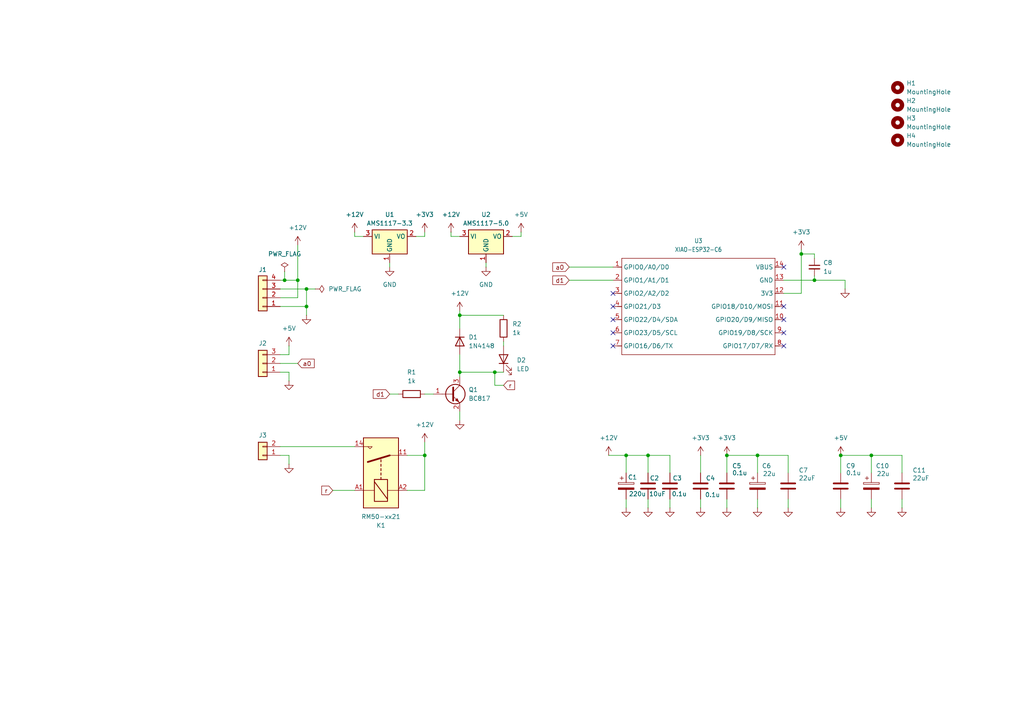
<source format=kicad_sch>
(kicad_sch (version 20250114) (generator "eeschema") (generator_version "9.0")
  (paper "A4")
  (lib_symbols
    (symbol "Connector_Generic:Conn_01x02" (pin_names (offset 1.016) (hide yes))
      (property "Reference" "J" (at 0 2.54 0))
      (property "Value" "Conn_01x02" (at 0 -5.08 0))
      (symbol "Conn_01x02_1_1"
        (rectangle (start -1.27 1.27) (end 1.27 -3.81) (stroke (width 0.254)) (fill (type background)))
        (rectangle (start -1.27 0.127) (end 0 -0.127) (stroke (width 0.1524)))
        (rectangle (start -1.27 -2.413) (end 0 -2.667) (stroke (width 0.1524)))
        (pin passive line (at -5.08 0 0) (length 3.81) (name "Pin_1") (number "1"))
        (pin passive line (at -5.08 -2.54 0) (length 3.81) (name "Pin_2") (number "2"))
      )
    )
    (symbol "Connector_Generic:Conn_01x03" (pin_names (offset 1.016) (hide yes))
      (property "Reference" "J" (at 0 5.08 0))
      (property "Value" "Conn_01x03" (at 0 -5.08 0))
      (symbol "Conn_01x03_1_1"
        (rectangle (start -1.27 3.81) (end 1.27 -3.81) (stroke (width 0.254)) (fill (type background)))
        (rectangle (start -1.27 2.667) (end 0 2.413) (stroke (width 0.1524)))
        (rectangle (start -1.27 0.127) (end 0 -0.127) (stroke (width 0.1524)))
        (rectangle (start -1.27 -2.413) (end 0 -2.667) (stroke (width 0.1524)))
        (pin passive line (at -5.08 2.54 0) (length 3.81) (name "Pin_1") (number "1"))
        (pin passive line (at -5.08 0 0) (length 3.81) (name "Pin_2") (number "2"))
        (pin passive line (at -5.08 -2.54 0) (length 3.81) (name "Pin_3") (number "3"))
      )
    )
    (symbol "Connector_Generic:Conn_01x04" (pin_names (offset 1.016) (hide yes))
      (property "Reference" "J" (at 0 5.08 0))
      (property "Value" "Conn_01x04" (at 0 -7.62 0))
      (symbol "Conn_01x04_1_1"
        (rectangle (start -1.27 3.81) (end 1.27 -6.35) (stroke (width 0.254)) (fill (type background)))
        (rectangle (start -1.27 2.667) (end 0 2.413) (stroke (width 0.1524)))
        (rectangle (start -1.27 0.127) (end 0 -0.127) (stroke (width 0.1524)))
        (rectangle (start -1.27 -2.413) (end 0 -2.667) (stroke (width 0.1524)))
        (rectangle (start -1.27 -4.953) (end 0 -5.207) (stroke (width 0.1524)))
        (pin passive line (at -5.08 2.54 0) (length 3.81) (name "Pin_1") (number "1"))
        (pin passive line (at -5.08 0 0) (length 3.81) (name "Pin_2") (number "2"))
        (pin passive line (at -5.08 -2.54 0) (length 3.81) (name "Pin_3") (number "3"))
        (pin passive line (at -5.08 -5.08 0) (length 3.81) (name "Pin_4") (number "4"))
      )
    )
    (symbol "Device:C" (pin_numbers (hide yes)) (pin_names (offset 0.254))
      (property "Reference" "C" (at 0.635 2.54 0))
      (property "Value" "C" (at 0.635 -2.54 0))
      (symbol "C_0_1"
        (polyline (pts (xy -2.032 0.762) (xy 2.032 0.762)) (stroke (width 0.508)))
        (polyline (pts (xy -2.032 -0.762) (xy 2.032 -0.762)) (stroke (width 0.508)))
      )
      (symbol "C_1_1"
        (pin passive line (at 0 3.81 270) (length 2.794) (name "~") (number "1"))
        (pin passive line (at 0 -3.81 90) (length 2.794) (name "~") (number "2"))
      )
    )
    (symbol "Device:C_Polarized" (pin_numbers (hide yes)) (pin_names (offset 0.254))
      (property "Reference" "C" (at 0.635 2.54 0))
      (property "Value" "C_Polarized" (at 0.635 -2.54 0))
      (symbol "C_Polarized_0_1"
        (rectangle (start -2.286 0.508) (end 2.286 1.016))
        (polyline (pts (xy -1.778 2.286) (xy -0.762 2.286)))
        (polyline (pts (xy -1.27 2.794) (xy -1.27 1.778)))
        (rectangle (start 2.286 -0.508) (end -2.286 -1.016) (fill (type outline)))
      )
      (symbol "C_Polarized_1_1"
        (pin passive line (at 0 3.81 270) (length 2.794) (name "~") (number "1"))
        (pin passive line (at 0 -3.81 90) (length 2.794) (name "~") (number "2"))
      )
    )
    (symbol "Device:C_Small" (pin_numbers (hide yes)) (pin_names (offset 0.254) (hide yes))
      (property "Reference" "C" (at 0.254 1.778 0))
      (property "Value" "C_Small" (at 0.254 -2.032 0))
      (symbol "C_Small_0_1"
        (polyline (pts (xy -1.524 0.508) (xy 1.524 0.508)) (stroke (width 0.3048)))
        (polyline (pts (xy -1.524 -0.508) (xy 1.524 -0.508)) (stroke (width 0.3302)))
      )
      (symbol "C_Small_1_1"
        (pin passive line (at 0 2.54 270) (length 2.032) (name "~") (number "1"))
        (pin passive line (at 0 -2.54 90) (length 2.032) (name "~") (number "2"))
      )
    )
    (symbol "Device:LED" (pin_numbers (hide yes)) (pin_names (offset 1.016) (hide yes))
      (property "Reference" "D" (at 0 2.54 0))
      (property "Value" "LED" (at 0 -2.54 0))
      (symbol "LED_0_1"
        (polyline (pts (xy -3.048 -0.762) (xy -4.572 -2.286) (xy -3.81 -2.286) (xy -4.572 -2.286) (xy -4.572 -1.524)))
        (polyline (pts (xy -1.778 -0.762) (xy -3.302 -2.286) (xy -2.54 -2.286) (xy -3.302 -2.286) (xy -3.302 -1.524)))
        (polyline (pts (xy -1.27 0) (xy 1.27 0)))
        (polyline (pts (xy -1.27 -1.27) (xy -1.27 1.27)) (stroke (width 0.254)))
        (polyline (pts (xy 1.27 -1.27) (xy 1.27 1.27) (xy -1.27 0) (xy 1.27 -1.27)) (stroke (width 0.254)))
      )
      (symbol "LED_1_1"
        (pin passive line (at -3.81 0 0) (length 2.54) (name "K") (number "1"))
        (pin passive line (at 3.81 0 180) (length 2.54) (name "A") (number "2"))
      )
    )
    (symbol "Device:R" (pin_numbers (hide yes)) (pin_names (offset 0))
      (property "Reference" "R" (at 2.032 0 90))
      (property "Value" "R" (at 0 0 90))
      (symbol "R_0_1"
        (rectangle (start -1.016 -2.54) (end 1.016 2.54) (stroke (width 0.254)))
      )
      (symbol "R_1_1"
        (pin passive line (at 0 3.81 270) (length 1.27) (name "~") (number "1"))
        (pin passive line (at 0 -3.81 90) (length 1.27) (name "~") (number "2"))
      )
    )
    (symbol "Diode:1N4148" (pin_numbers (hide yes)) (pin_names (hide yes))
      (property "Reference" "D" (at 0 2.54 0))
      (property "Value" "1N4148" (at 0 -2.54 0))
      (symbol "1N4148_0_1"
        (polyline (pts (xy -1.27 1.27) (xy -1.27 -1.27)) (stroke (width 0.254)))
        (polyline (pts (xy 1.27 1.27) (xy 1.27 -1.27) (xy -1.27 0) (xy 1.27 1.27)) (stroke (width 0.254)))
        (polyline (pts (xy 1.27 0) (xy -1.27 0)))
      )
      (symbol "1N4148_1_1"
        (pin passive line (at -3.81 0 0) (length 2.54) (name "K") (number "1"))
        (pin passive line (at 3.81 0 180) (length 2.54) (name "A") (number "2"))
      )
    )
    (symbol "Mechanical:MountingHole" (pin_names (offset 1.016)) (in_bom no)
      (property "Reference" "H" (at 0 5.08 0))
      (property "Value" "MountingHole" (at 0 3.175 0))
      (symbol "MountingHole_0_1"
        (circle (center 0 0) (radius 1.27) (stroke (width 1.27)))
      )
    )
    (symbol "Regulator_Linear:AMS1117-3.3"
      (property "Reference" "U" (at -3.81 3.175 0))
      (property "Value" "AMS1117-3.3" (at 0 3.175 0))
      (symbol "AMS1117-3.3_0_1"
        (rectangle (start -5.08 -5.08) (end 5.08 1.905) (stroke (width 0.254)) (fill (type background)))
      )
      (symbol "AMS1117-3.3_1_1"
        (pin power_in line (at -7.62 0 0) (length 2.54) (name "VI") (number "3"))
        (pin power_in line (at 0 -7.62 90) (length 2.54) (name "GND") (number "1"))
        (pin power_out line (at 7.62 0 180) (length 2.54) (name "VO") (number "2"))
      )
    )
    (symbol "Regulator_Linear:AMS1117-5.0"
      (property "Reference" "U" (at -3.81 3.175 0))
      (property "Value" "AMS1117-5.0" (at 0 3.175 0))
      (symbol "AMS1117-5.0_0_1"
        (rectangle (start -5.08 -5.08) (end 5.08 1.905) (stroke (width 0.254)) (fill (type background)))
      )
      (symbol "AMS1117-5.0_1_1"
        (pin power_in line (at -7.62 0 0) (length 2.54) (name "VI") (number "3"))
        (pin power_in line (at 0 -7.62 90) (length 2.54) (name "GND") (number "1"))
        (pin power_out line (at 7.62 0 180) (length 2.54) (name "VO") (number "2"))
      )
    )
    (symbol "Relay:RM50-xx21"
      (property "Reference" "K" (at 11.43 3.81 0))
      (property "Value" "RM50-xx21" (at 11.43 1.27 0))
      (symbol "RM50-xx21_0_1"
        (rectangle (start -10.16 5.08) (end 10.16 -5.08) (stroke (width 0.254)) (fill (type background)))
        (rectangle (start -8.255 1.905) (end -1.905 -1.905) (stroke (width 0.254)))
        (polyline (pts (xy -7.62 -1.905) (xy -2.54 1.905)) (stroke (width 0.254)))
        (polyline (pts (xy -5.08 5.08) (xy -5.08 1.905)))
        (polyline (pts (xy -5.08 -5.08) (xy -5.08 -1.905)))
        (polyline (pts (xy -1.905 0) (xy -1.27 0)) (stroke (width 0.254)))
        (polyline (pts (xy -0.635 0) (xy 0 0)) (stroke (width 0.254)))
        (polyline (pts (xy 0.635 0) (xy 1.27 0)) (stroke (width 0.254)))
        (polyline (pts (xy 1.905 0) (xy 2.54 0)) (stroke (width 0.254)))
        (polyline (pts (xy 3.175 0) (xy 3.81 0)) (stroke (width 0.254)))
        (polyline (pts (xy 5.08 -2.54) (xy 3.175 3.81)) (stroke (width 0.508)))
        (polyline (pts (xy 5.08 -2.54) (xy 5.08 -5.08)))
        (polyline (pts (xy 7.62 5.08) (xy 7.62 2.54) (xy 6.985 3.175) (xy 7.62 3.81)))
      )
      (symbol "RM50-xx21_1_1"
        (pin passive line (at -5.08 7.62 270) (length 2.54) (name "~") (number "A1"))
        (pin passive line (at -5.08 -7.62 90) (length 2.54) (name "~") (number "A2"))
        (pin passive line (at 5.08 -7.62 90) (length 2.54) (name "~") (number "11"))
        (pin passive line (at 7.62 7.62 270) (length 2.54) (name "~") (number "14"))
      )
    )
    (symbol "Seeed_Studio_XIAO_Series:XIAO_ESP32-C6-DIP"
      (property "Reference" "U" (at -20.574 17.018 0))
      (property "Value" "XIAO-ESP32-C6" (at -15.24 14.986 0))
      (symbol "XIAO_ESP32-C6-DIP_1_0"
        (polyline (pts (xy -21.59 13.97) (xy 22.86 13.97)) (stroke (width 0.1524)))
        (polyline (pts (xy -21.59 11.43) (xy -22.86 11.43)) (stroke (width 0.1524)))
        (polyline (pts (xy -21.59 11.43) (xy -21.59 13.97)) (stroke (width 0.1524)))
        (polyline (pts (xy -21.59 7.62) (xy -22.86 7.62)) (stroke (width 0.1524)))
        (polyline (pts (xy -21.59 7.62) (xy -21.59 11.43)) (stroke (width 0.1524)))
        (polyline (pts (xy -21.59 3.81) (xy -22.86 3.81)) (stroke (width 0.1524)))
        (polyline (pts (xy -21.59 3.81) (xy -21.59 7.62)) (stroke (width 0.1524)))
        (polyline (pts (xy -21.59 0) (xy -22.86 0)) (stroke (width 0.1524)))
        (polyline (pts (xy -21.59 0) (xy -21.59 3.81)) (stroke (width 0.1524)))
        (polyline (pts (xy -21.59 -3.81) (xy -22.86 -3.81)) (stroke (width 0.1524)))
        (polyline (pts (xy -21.59 -7.62) (xy -22.86 -7.62)) (stroke (width 0.1524)))
        (polyline (pts (xy -21.59 -11.43) (xy -22.86 -11.43)) (stroke (width 0.1524)))
        (polyline (pts (xy -21.59 -13.97) (xy -21.59 0)) (stroke (width 0.1524)))
        (polyline (pts (xy 22.86 13.97) (xy 22.86 11.43)) (stroke (width 0.1524)))
        (polyline (pts (xy 22.86 11.43) (xy 22.86 7.62)) (stroke (width 0.1524)))
        (polyline (pts (xy 22.86 7.62) (xy 22.86 3.81)) (stroke (width 0.1524)))
        (polyline (pts (xy 22.86 3.81) (xy 22.86 -13.97)) (stroke (width 0.1524)))
        (polyline (pts (xy 22.86 -13.97) (xy -21.59 -13.97)) (stroke (width 0.1524)))
        (polyline (pts (xy 24.13 11.43) (xy 22.86 11.43)) (stroke (width 0.1524)))
        (polyline (pts (xy 24.13 7.62) (xy 22.86 7.62)) (stroke (width 0.1524)))
        (polyline (pts (xy 24.13 3.81) (xy 22.86 3.81)) (stroke (width 0.1524)))
        (polyline (pts (xy 24.13 0) (xy 22.86 0)) (stroke (width 0.1524)))
        (polyline (pts (xy 24.13 -3.81) (xy 22.86 -3.81)) (stroke (width 0.1524)))
        (polyline (pts (xy 24.13 -7.62) (xy 22.86 -7.62)) (stroke (width 0.1524)))
        (polyline (pts (xy 24.13 -11.43) (xy 22.86 -11.43)) (stroke (width 0.1524)))
        (pin passive line (at -24.13 11.43 0) (length 2.54) (name "GPIO0/A0/D0") (number "1"))
        (pin passive line (at -24.13 7.62 0) (length 2.54) (name "GPIO1/A1/D1") (number "2"))
        (pin passive line (at -24.13 3.81 0) (length 2.54) (name "GPIO2/A2/D2") (number "3"))
        (pin passive line (at -24.13 0 0) (length 2.54) (name "GPIO21/D3") (number "4"))
        (pin passive line (at -24.13 -3.81 0) (length 2.54) (name "GPIO22/D4/SDA") (number "5"))
        (pin passive line (at -24.13 -7.62 0) (length 2.54) (name "GPIO23/D5/SCL") (number "6"))
        (pin passive line (at -24.13 -11.43 0) (length 2.54) (name "GPIO16/D6/TX") (number "7"))
        (pin passive line (at 25.4 11.43 180) (length 2.54) (name "VBUS") (number "14"))
        (pin passive line (at 25.4 7.62 180) (length 2.54) (name "GND") (number "13"))
        (pin passive line (at 25.4 3.81 180) (length 2.54) (name "3V3") (number "12"))
        (pin passive line (at 25.4 0 180) (length 2.54) (name "GPIO18/D10/MOSI") (number "11"))
        (pin passive line (at 25.4 -3.81 180) (length 2.54) (name "GPIO20/D9/MISO") (number "10"))
        (pin passive line (at 25.4 -7.62 180) (length 2.54) (name "GPIO19/D8/SCK") (number "9"))
        (pin passive line (at 25.4 -11.43 180) (length 2.54) (name "GPIO17/D7/RX") (number "8"))
      )
    )
    (symbol "Transistor_BJT:BC817" (pin_names (offset 0) (hide yes))
      (property "Reference" "Q" (at 5.08 1.905 0))
      (property "Value" "BC817" (at 5.08 0 0))
      (symbol "BC817_0_1"
        (polyline (pts (xy -2.54 0) (xy 0.635 0)))
        (polyline (pts (xy 0.635 1.905) (xy 0.635 -1.905)) (stroke (width 0.508)))
        (circle (center 1.27 0) (radius 2.8194) (stroke (width 0.254)))
      )
      (symbol "BC817_1_1"
        (polyline (pts (xy 0.635 0.635) (xy 2.54 2.54)))
        (polyline (pts (xy 0.635 -0.635) (xy 2.54 -2.54)))
        (polyline (pts (xy 1.27 -1.778) (xy 1.778 -1.27) (xy 2.286 -2.286) (xy 1.27 -1.778)) (fill (type outline)))
        (pin input line (at -5.08 0 0) (length 2.54) (name "B") (number "1"))
        (pin passive line (at 2.54 5.08 270) (length 2.54) (name "C") (number "3"))
        (pin passive line (at 2.54 -5.08 90) (length 2.54) (name "E") (number "2"))
      )
    )
    (symbol "power:+12V" (power) (pin_numbers (hide yes)) (pin_names (offset 0) (hide yes))
      (property "Value" "+12V" (at 0 3.556 0))
      (symbol "+12V_0_1"
        (polyline (pts (xy -0.762 1.27) (xy 0 2.54)))
        (polyline (pts (xy 0 2.54) (xy 0.762 1.27)))
        (polyline (pts (xy 0 0) (xy 0 2.54)))
      )
      (symbol "+12V_1_1"
        (pin power_in line (at 0 0 90) (length 0) (name "~") (number "1"))
      )
    )
    (symbol "power:+3V3" (power) (pin_numbers (hide yes)) (pin_names (offset 0) (hide yes))
      (property "Value" "+3V3" (at 0 3.556 0))
      (symbol "+3V3_0_1"
        (polyline (pts (xy -0.762 1.27) (xy 0 2.54)))
        (polyline (pts (xy 0 2.54) (xy 0.762 1.27)))
        (polyline (pts (xy 0 0) (xy 0 2.54)))
      )
      (symbol "+3V3_1_1"
        (pin power_in line (at 0 0 90) (length 0) (name "~") (number "1"))
      )
    )
    (symbol "power:+5V" (power) (pin_numbers (hide yes)) (pin_names (offset 0) (hide yes))
      (property "Value" "+5V" (at 0 3.556 0))
      (symbol "+5V_0_1"
        (polyline (pts (xy -0.762 1.27) (xy 0 2.54)))
        (polyline (pts (xy 0 2.54) (xy 0.762 1.27)))
        (polyline (pts (xy 0 0) (xy 0 2.54)))
      )
      (symbol "+5V_1_1"
        (pin power_in line (at 0 0 90) (length 0) (name "~") (number "1"))
      )
    )
    (symbol "power:GND" (power) (pin_numbers (hide yes)) (pin_names (offset 0) (hide yes))
      (property "Value" "GND" (at 0 -3.81 0))
      (symbol "GND_0_1"
        (polyline (pts (xy 0 0) (xy 0 -1.27) (xy 1.27 -1.27) (xy 0 -2.54) (xy -1.27 -1.27) (xy 0 -1.27)))
      )
      (symbol "GND_1_1"
        (pin power_in line (at 0 0 270) (length 0) (name "~") (number "1"))
      )
    )
    (symbol "power:PWR_FLAG" (power) (pin_numbers (hide yes)) (pin_names (offset 0) (hide yes))
      (property "Value" "PWR_FLAG" (at 0 3.81 0))
      (symbol "PWR_FLAG_0_0"
        (pin power_out line (at 0 0 90) (length 0) (name "~") (number "1"))
      )
      (symbol "PWR_FLAG_0_1"
        (polyline (pts (xy 0 0) (xy 0 1.27) (xy -1.016 1.905) (xy 0 2.54) (xy 1.016 1.905) (xy 0 1.27)))
      )
    )
  )
  (junction (at 181.61 132.08))
  (junction (at 187.96 132.08))
  (junction (at 252.73 132.08))
  (junction (at 86.36 81.28))
  (junction (at 88.9 88.9))
  (junction (at 88.9 83.82))
  (junction (at 232.41 73.66))
  (junction (at 143.51 107.95))
  (junction (at 82.55 81.28))
  (junction (at 210.82 132.08))
  (junction (at 243.84 132.08))
  (junction (at 219.71 132.08))
  (junction (at 236.22 81.28))
  (junction (at 133.35 107.95))
  (junction (at 133.35 91.44))
  (junction (at 123.19 132.08))
  (no_connect (at 227.33 92.71))
  (no_connect (at 177.8 85.09))
  (no_connect (at 227.33 96.52))
  (no_connect (at 227.33 88.9))
  (no_connect (at 177.8 88.9))
  (no_connect (at 227.33 100.33))
  (no_connect (at 177.8 92.71))
  (no_connect (at 177.8 100.33))
  (no_connect (at 227.33 77.47))
  (no_connect (at 177.8 96.52))
  (wire (pts (xy 219.71 132.08) (xy 228.6 132.08)))
  (wire (pts (xy 130.81 68.58) (xy 133.35 68.58)))
  (wire (pts (xy 146.05 111.76) (xy 143.51 111.76)))
  (wire (pts (xy 133.35 107.95) (xy 133.35 109.22)))
  (wire (pts (xy 243.84 144.78) (xy 243.84 147.32)))
  (wire (pts (xy 81.28 81.28) (xy 82.55 81.28)))
  (wire (pts (xy 232.41 72.39) (xy 232.41 73.66)))
  (wire (pts (xy 243.84 132.08) (xy 252.73 132.08)))
  (wire (pts (xy 203.2 144.78) (xy 203.2 147.32)))
  (wire (pts (xy 187.96 132.08) (xy 194.31 132.08)))
  (wire (pts (xy 219.71 144.78) (xy 219.71 147.32)))
  (wire (pts (xy 252.73 132.08) (xy 252.73 137.16)))
  (wire (pts (xy 86.36 81.28) (xy 86.36 71.12)))
  (wire (pts (xy 88.9 83.82) (xy 88.9 88.9)))
  (wire (pts (xy 81.28 129.54) (xy 102.87 129.54)))
  (wire (pts (xy 227.33 81.28) (xy 236.22 81.28)))
  (wire (pts (xy 133.35 102.87) (xy 133.35 107.95)))
  (wire (pts (xy 236.22 80.01) (xy 236.22 81.28)))
  (wire (pts (xy 88.9 83.82) (xy 91.44 83.82)))
  (wire (pts (xy 232.41 73.66) (xy 236.22 73.66)))
  (wire (pts (xy 210.82 132.08) (xy 210.82 137.16)))
  (wire (pts (xy 123.19 142.24) (xy 123.19 132.08)))
  (wire (pts (xy 133.35 119.38) (xy 133.35 121.92)))
  (wire (pts (xy 143.51 107.95) (xy 146.05 107.95)))
  (wire (pts (xy 118.11 142.24) (xy 123.19 142.24)))
  (wire (pts (xy 245.11 81.28) (xy 245.11 83.82)))
  (wire (pts (xy 133.35 107.95) (xy 143.51 107.95)))
  (wire (pts (xy 83.82 102.87) (xy 83.82 100.33)))
  (wire (pts (xy 252.73 132.08) (xy 261.62 132.08)))
  (wire (pts (xy 236.22 81.28) (xy 245.11 81.28)))
  (wire (pts (xy 82.55 78.74) (xy 82.55 81.28)))
  (wire (pts (xy 130.81 67.31) (xy 130.81 68.58)))
  (wire (pts (xy 146.05 99.06) (xy 146.05 100.33)))
  (wire (pts (xy 102.87 67.31) (xy 102.87 68.58)))
  (wire (pts (xy 102.87 68.58) (xy 105.41 68.58)))
  (wire (pts (xy 123.19 114.3) (xy 125.73 114.3)))
  (wire (pts (xy 228.6 132.08) (xy 228.6 137.16)))
  (wire (pts (xy 123.19 132.08) (xy 123.19 128.27)))
  (wire (pts (xy 165.1 81.28) (xy 177.8 81.28)))
  (wire (pts (xy 194.31 132.08) (xy 194.31 137.16)))
  (wire (pts (xy 181.61 132.08) (xy 187.96 132.08)))
  (wire (pts (xy 181.61 144.78) (xy 181.61 147.32)))
  (wire (pts (xy 227.33 85.09) (xy 232.41 85.09)))
  (wire (pts (xy 113.03 76.2) (xy 113.03 77.47)))
  (wire (pts (xy 81.28 86.36) (xy 86.36 86.36)))
  (wire (pts (xy 176.53 132.08) (xy 181.61 132.08)))
  (wire (pts (xy 82.55 81.28) (xy 86.36 81.28)))
  (wire (pts (xy 102.87 142.24) (xy 96.52 142.24)))
  (wire (pts (xy 123.19 67.31) (xy 123.19 68.58)))
  (wire (pts (xy 81.28 83.82) (xy 88.9 83.82)))
  (wire (pts (xy 118.11 132.08) (xy 123.19 132.08)))
  (wire (pts (xy 194.31 144.78) (xy 194.31 147.32)))
  (wire (pts (xy 210.82 132.08) (xy 219.71 132.08)))
  (wire (pts (xy 165.1 77.47) (xy 177.8 77.47)))
  (wire (pts (xy 133.35 91.44) (xy 146.05 91.44)))
  (wire (pts (xy 261.62 144.78) (xy 261.62 147.32)))
  (wire (pts (xy 81.28 107.95) (xy 83.82 107.95)))
  (wire (pts (xy 113.03 114.3) (xy 115.57 114.3)))
  (wire (pts (xy 203.2 132.08) (xy 203.2 137.16)))
  (wire (pts (xy 86.36 86.36) (xy 86.36 81.28)))
  (wire (pts (xy 83.82 132.08) (xy 83.82 134.62)))
  (wire (pts (xy 83.82 107.95) (xy 83.82 110.49)))
  (wire (pts (xy 81.28 132.08) (xy 83.82 132.08)))
  (wire (pts (xy 236.22 73.66) (xy 236.22 74.93)))
  (wire (pts (xy 81.28 88.9) (xy 88.9 88.9)))
  (wire (pts (xy 140.97 76.2) (xy 140.97 77.47)))
  (wire (pts (xy 219.71 132.08) (xy 219.71 137.16)))
  (wire (pts (xy 261.62 132.08) (xy 261.62 137.16)))
  (wire (pts (xy 228.6 144.78) (xy 228.6 147.32)))
  (wire (pts (xy 81.28 102.87) (xy 83.82 102.87)))
  (wire (pts (xy 123.19 68.58) (xy 120.65 68.58)))
  (wire (pts (xy 232.41 73.66) (xy 232.41 85.09)))
  (wire (pts (xy 133.35 91.44) (xy 133.35 95.25)))
  (wire (pts (xy 187.96 132.08) (xy 187.96 137.16)))
  (wire (pts (xy 143.51 107.95) (xy 143.51 111.76)))
  (wire (pts (xy 151.13 67.31) (xy 151.13 68.58)))
  (wire (pts (xy 88.9 88.9) (xy 88.9 91.44)))
  (wire (pts (xy 81.28 105.41) (xy 86.36 105.41)))
  (wire (pts (xy 151.13 68.58) (xy 148.59 68.58)))
  (wire (pts (xy 133.35 90.17) (xy 133.35 91.44)))
  (wire (pts (xy 210.82 144.78) (xy 210.82 147.32)))
  (wire (pts (xy 181.61 132.08) (xy 181.61 137.16)))
  (wire (pts (xy 187.96 144.78) (xy 187.96 147.32)))
  (wire (pts (xy 243.84 132.08) (xy 243.84 137.16)))
  (wire (pts (xy 252.73 144.78) (xy 252.73 147.32)))
  (global_label "d1" (shape input) (at 113.03 114.3 180) (property "Intersheetrefs" "${INTERSHEET_REFS}" (effects (hide yes))))
  (global_label "d1" (shape input) (at 165.1 81.28 180) (property "Intersheetrefs" "${INTERSHEET_REFS}" (effects (hide yes))))
  (global_label "a0" (shape input) (at 165.1 77.47 180) (property "Intersheetrefs" "${INTERSHEET_REFS}" (effects (hide yes))))
  (global_label "r" (shape input) (at 96.52 142.24 180) (property "Intersheetrefs" "${INTERSHEET_REFS}" (effects (hide yes))))
  (global_label "a0" (shape input) (at 86.36 105.41 0) (property "Intersheetrefs" "${INTERSHEET_REFS}" (effects (hide yes))))
  (global_label "r" (shape input) (at 146.05 111.76 0) (property "Intersheetrefs" "${INTERSHEET_REFS}" (effects (hide yes))))
  (symbol (lib_id "power:GND") (at 243.84 147.32 0) (unit 1)
    (property "Reference" "#PWR027" (effects (hide yes)))
    (property "Value" "GND" (effects (hide yes)))
    (property "Description" "Power symbol creates a global label with name \"GND\" , ground" (effects (hide yes)))
  )
  (symbol (lib_id "power:GND") (at 194.31 147.32 0) (unit 1)
    (property "Reference" "#PWR018" (effects (hide yes)))
    (property "Value" "GND" (effects (hide yes)))
    (property "Description" "Power symbol creates a global label with name \"GND\" , ground" (effects (hide yes)))
  )
  (symbol (lib_id "Device:C") (at 210.82 140.97 0) (unit 1)
    (property "Reference" "C5" (at 212.344 135.128 0) (effects (justify left)))
    (property "Value" "0.1u" (at 212.344 137.16 0) (effects (justify left)))
    (property "Description" "Unpolarized capacitor" (effects (hide yes)))
  )
  (symbol (lib_id "Device:C") (at 194.31 140.97 0) (unit 1)
    (property "Reference" "C3" (at 195.072 138.684 0) (effects (justify left)))
    (property "Value" "0.1u" (at 194.818 143.256 0) (effects (justify left)))
    (property "Description" "Unpolarized capacitor" (effects (hide yes)))
  )
  (symbol (lib_id "power:GND") (at 219.71 147.32 0) (unit 1)
    (property "Reference" "#PWR023" (effects (hide yes)))
    (property "Value" "GND" (effects (hide yes)))
    (property "Description" "Power symbol creates a global label with name \"GND\" , ground" (effects (hide yes)))
  )
  (symbol (lib_id "power:GND") (at 83.82 110.49 0) (unit 1)
    (property "Reference" "#PWR02" (effects (hide yes)))
    (property "Value" "GND" (effects (hide yes)))
    (property "Description" "Power symbol creates a global label with name \"GND\" , ground" (effects (hide yes)))
  )
  (symbol (lib_id "Mechanical:MountingHole") (at 260.35 25.4 0) (unit 1) (in_bom no)
    (property "Reference" "H1" (at 262.89 24.1299 0) (effects (justify left)))
    (property "Value" "MountingHole" (at 262.89 26.6699 0) (effects (justify left)))
    (property "Description" "Mounting Hole without connection" (effects (hide yes)))
  )
  (symbol (lib_id "Regulator_Linear:AMS1117-5.0") (at 140.97 68.58 0) (unit 1)
    (property "Reference" "U2" (at 140.97 62.23 0))
    (property "Value" "AMS1117-5.0" (at 140.97 64.77 0))
    (property "Footprint" "Package_TO_SOT_SMD:SOT-223-3_TabPin2" (effects (hide yes)))
    (property "Datasheet" "http://www.advanced-monolithic.com/pdf/ds1117.pdf" (effects (hide yes)))
    (property "Description" "1A Low Dropout regulator, positive, 5.0V fixed output, SOT-223" (effects (hide yes)))
  )
  (symbol (lib_id "power:+12V") (at 130.81 67.31 0) (unit 1)
    (property "Reference" "#PWR010" (effects (hide yes)))
    (property "Value" "+12V" (at 130.81 62.23 0))
    (property "Description" "Power symbol creates a global label with name \"+12V\"" (effects (hide yes)))
  )
  (symbol (lib_id "Device:C") (at 243.84 140.97 0) (unit 1)
    (property "Reference" "C9" (at 245.364 135.128 0) (effects (justify left)))
    (property "Value" "0.1u" (at 245.364 137.16 0) (effects (justify left)))
    (property "Description" "Unpolarized capacitor" (effects (hide yes)))
  )
  (symbol (lib_id "Connector_Generic:Conn_01x02") (at 76.2 132.08 180) (unit 1)
    (property "Reference" "J3" (at 76.2 126.238 0))
    (property "Value" "Conn_01x02" (effects (hide yes)))
    (property "Description" "Generic connector, single row, 01x02, script generated (kicad-library-utils/schlib/autogen/connector/)" (effects (hide yes)))
  )
  (symbol (lib_id "Device:C_Polarized") (at 219.71 140.97 0) (unit 1)
    (property "Reference" "C6" (at 220.98 135.128 0) (effects (justify left)))
    (property "Value" "22u" (at 221.234 137.414 0) (effects (justify left)))
    (property "Description" "Polarized capacitor" (effects (hide yes)))
  )
  (symbol (lib_id "Device:LED") (at 146.05 104.14 90) (unit 1)
    (property "Reference" "D2" (at 149.86 104.4574 90) (effects (justify right)))
    (property "Value" "LED" (at 149.86 106.9974 90) (effects (justify right)))
    (property "Description" "Light emitting diode" (effects (hide yes)))
    (property "Sim.Pins" "1=K 2=A" (effects (hide yes)))
  )
  (symbol (lib_id "Device:C") (at 203.2 140.97 0) (unit 1)
    (property "Reference" "C4" (at 204.724 138.684 0) (effects (justify left)))
    (property "Value" "0.1u" (at 204.47 143.51 0) (effects (justify left)))
    (property "Description" "Unpolarized capacitor" (effects (hide yes)))
  )
  (symbol (lib_id "power:GND") (at 140.97 77.47 0) (unit 1)
    (property "Reference" "#PWR013" (effects (hide yes)))
    (property "Value" "GND" (at 140.97 82.55 0))
    (property "Description" "Power symbol creates a global label with name \"GND\" , ground" (effects (hide yes)))
  )
  (symbol (lib_id "Device:C_Small") (at 236.22 77.47 0) (unit 1)
    (property "Reference" "C8" (at 238.76 76.2062 0) (effects (justify left)))
    (property "Value" "1u" (at 238.76 78.7462 0) (effects (justify left)))
    (property "Description" "Unpolarized capacitor, small symbol" (effects (hide yes)))
  )
  (symbol (lib_id "power:+5V") (at 83.82 100.33 0) (unit 1)
    (property "Reference" "#PWR01" (effects (hide yes)))
    (property "Value" "+5V" (at 83.82 95.25 0))
    (property "Description" "Power symbol creates a global label with name \"+5V\"" (effects (hide yes)))
  )
  (symbol (lib_id "power:+3V3") (at 232.41 72.39 0) (unit 1)
    (property "Reference" "#PWR025" (effects (hide yes)))
    (property "Value" "+3V3" (at 232.41 67.31 0))
    (property "Description" "Power symbol creates a global label with name \"+3V3\"" (effects (hide yes)))
  )
  (symbol (lib_id "Diode:1N4148") (at 133.35 99.06 270) (unit 1)
    (property "Reference" "D1" (at 135.89 97.7899 90) (effects (justify left)))
    (property "Value" "1N4148" (at 135.89 100.3299 90) (effects (justify left)))
    (property "Footprint" "Diode_THT:D_DO-35_SOD27_P7.62mm_Horizontal" (effects (hide yes)))
    (property "Datasheet" "https://assets.nexperia.com/documents/data-sheet/1N4148_1N4448.pdf" (effects (hide yes)))
    (property "Description" "100V 0.15A standard switching diode, DO-35" (effects (hide yes)))
    (property "Sim.Device" "D" (effects (hide yes)))
    (property "Sim.Pins" "1=K 2=A" (effects (hide yes)))
  )
  (symbol (lib_id "Device:R") (at 146.05 95.25 0) (unit 1)
    (property "Reference" "R2" (at 148.59 93.9799 0) (effects (justify left)))
    (property "Value" "1k" (at 148.59 96.5199 0) (effects (justify left)))
    (property "Description" "Resistor" (effects (hide yes)))
  )
  (symbol (lib_id "power:+12V") (at 86.36 71.12 0) (unit 1)
    (property "Reference" "#PWR04" (effects (hide yes)))
    (property "Value" "+12V" (at 86.36 66.04 0))
    (property "Description" "Power symbol creates a global label with name \"+12V\"" (effects (hide yes)))
  )
  (symbol (lib_id "Transistor_BJT:BC817") (at 130.81 114.3 0) (unit 1)
    (property "Reference" "Q1" (at 135.89 113.0299 0) (effects (justify left)))
    (property "Value" "BC817" (at 135.89 115.5699 0) (effects (justify left)))
    (property "Footprint" "Package_TO_SOT_SMD:SOT-23" (effects (hide yes)))
    (property "Datasheet" "https://www.onsemi.com/pub/Collateral/BC818-D.pdf" (effects (hide yes)))
    (property "Description" "0.8A Ic, 45V Vce, NPN Transistor, SOT-23" (effects (hide yes)))
  )
  (symbol (lib_id "Device:R") (at 119.38 114.3 90) (unit 1)
    (property "Reference" "R1" (at 119.38 107.95 90))
    (property "Value" "1k" (at 119.38 110.49 90))
    (property "Description" "Resistor" (effects (hide yes)))
  )
  (symbol (lib_id "Device:C_Polarized") (at 252.73 140.97 0) (unit 1)
    (property "Reference" "C10" (at 254 135.128 0) (effects (justify left)))
    (property "Value" "22u" (at 254.254 137.414 0) (effects (justify left)))
    (property "Description" "Polarized capacitor" (effects (hide yes)))
  )
  (symbol (lib_id "Mechanical:MountingHole") (at 260.35 35.56 0) (unit 1) (in_bom no)
    (property "Reference" "H3" (at 262.89 34.2899 0) (effects (justify left)))
    (property "Value" "MountingHole" (at 262.89 36.8299 0) (effects (justify left)))
    (property "Description" "Mounting Hole without connection" (effects (hide yes)))
  )
  (symbol (lib_id "power:+3V3") (at 203.2 132.08 0) (unit 1)
    (property "Reference" "#PWR019" (effects (hide yes)))
    (property "Value" "+3V3" (at 203.2 127 0))
    (property "Description" "Power symbol creates a global label with name \"+3V3\"" (effects (hide yes)))
  )
  (symbol (lib_id "power:+5V") (at 151.13 67.31 0) (unit 1)
    (property "Reference" "#PWR014" (effects (hide yes)))
    (property "Value" "+5V" (at 151.13 62.23 0))
    (property "Description" "Power symbol creates a global label with name \"+5V\"" (effects (hide yes)))
  )
  (symbol (lib_id "Mechanical:MountingHole") (at 260.35 30.48 0) (unit 1) (in_bom no)
    (property "Reference" "H2" (at 262.89 29.2099 0) (effects (justify left)))
    (property "Value" "MountingHole" (at 262.89 31.7499 0) (effects (justify left)))
    (property "Description" "Mounting Hole without connection" (effects (hide yes)))
  )
  (symbol (lib_id "power:GND") (at 187.96 147.32 0) (unit 1)
    (property "Reference" "#PWR017" (effects (hide yes)))
    (property "Value" "GND" (effects (hide yes)))
    (property "Description" "Power symbol creates a global label with name \"GND\" , ground" (effects (hide yes)))
  )
  (symbol (lib_id "power:GND") (at 83.82 134.62 0) (unit 1)
    (property "Reference" "#PWR03" (effects (hide yes)))
    (property "Value" "GND" (effects (hide yes)))
    (property "Description" "Power symbol creates a global label with name \"GND\" , ground" (effects (hide yes)))
  )
  (symbol (lib_id "power:GND") (at 113.03 77.47 0) (unit 1)
    (property "Reference" "#PWR07" (effects (hide yes)))
    (property "Value" "GND" (at 113.03 82.55 0))
    (property "Description" "Power symbol creates a global label with name \"GND\" , ground" (effects (hide yes)))
  )
  (symbol (lib_id "Device:C") (at 187.96 140.97 0) (unit 1)
    (property "Reference" "C2" (at 188.468 138.684 0) (effects (justify left)))
    (property "Value" "10uF" (at 188.214 143.256 0) (effects (justify left)))
    (property "Footprint" "Capacitor_SMD:CP_Elec_3x5.3" (effects (hide yes)))
    (property "Description" "Unpolarized capacitor" (effects (hide yes)))
  )
  (symbol (lib_id "power:PWR_FLAG") (at 91.44 83.82 270) (unit 1)
    (property "Reference" "#FLG02" (effects (hide yes)))
    (property "Value" "PWR_FLAG" (at 95.25 83.8199 90) (effects (justify left)))
    (property "Description" "Special symbol for telling ERC where power comes from" (effects (hide yes)))
  )
  (symbol (lib_id "power:GND") (at 181.61 147.32 0) (unit 1)
    (property "Reference" "#PWR016" (effects (hide yes)))
    (property "Value" "GND" (effects (hide yes)))
    (property "Description" "Power symbol creates a global label with name \"GND\" , ground" (effects (hide yes)))
  )
  (symbol (lib_id "power:GND") (at 210.82 147.32 0) (unit 1)
    (property "Reference" "#PWR022" (effects (hide yes)))
    (property "Value" "GND" (effects (hide yes)))
    (property "Description" "Power symbol creates a global label with name \"GND\" , ground" (effects (hide yes)))
  )
  (symbol (lib_id "power:+3V3") (at 123.19 67.31 0) (unit 1)
    (property "Reference" "#PWR08" (effects (hide yes)))
    (property "Value" "+3V3" (at 123.19 62.23 0))
    (property "Description" "Power symbol creates a global label with name \"+3V3\"" (effects (hide yes)))
  )
  (symbol (lib_id "Device:C_Polarized") (at 181.61 140.97 0) (unit 1)
    (property "Reference" "C1" (at 182.118 138.43 0) (effects (justify left)))
    (property "Value" "220u" (at 182.372 143.256 0) (effects (justify left)))
    (property "Footprint" "Capacitor_THT:CP_Radial_D8.0mm_P5.00mm" (effects (hide yes)))
    (property "Description" "Polarized capacitor" (effects (hide yes)))
  )
  (symbol (lib_id "power:+5V") (at 243.84 132.08 0) (unit 1)
    (property "Reference" "#PWR026" (effects (hide yes)))
    (property "Value" "+5V" (at 243.84 127 0))
    (property "Description" "Power symbol creates a global label with name \"+5V\"" (effects (hide yes)))
  )
  (symbol (lib_id "power:GND") (at 252.73 147.32 0) (unit 1)
    (property "Reference" "#PWR029" (effects (hide yes)))
    (property "Value" "GND" (effects (hide yes)))
    (property "Description" "Power symbol creates a global label with name \"GND\" , ground" (effects (hide yes)))
  )
  (symbol (lib_id "power:GND") (at 228.6 147.32 0) (unit 1)
    (property "Reference" "#PWR024" (effects (hide yes)))
    (property "Value" "GND" (effects (hide yes)))
    (property "Description" "Power symbol creates a global label with name \"GND\" , ground" (effects (hide yes)))
  )
  (symbol (lib_id "power:+12V") (at 176.53 132.08 0) (unit 1)
    (property "Reference" "#PWR015" (effects (hide yes)))
    (property "Value" "+12V" (at 176.53 127 0))
    (property "Description" "Power symbol creates a global label with name \"+12V\"" (effects (hide yes)))
  )
  (symbol (lib_id "power:GND") (at 245.11 83.82 0) (unit 1)
    (property "Reference" "#PWR028" (effects (hide yes)))
    (property "Value" "GND" (effects (hide yes)))
    (property "Description" "Power symbol creates a global label with name \"GND\" , ground" (effects (hide yes)))
  )
  (symbol (lib_id "power:PWR_FLAG") (at 82.55 78.74 0) (unit 1)
    (property "Reference" "#FLG01" (effects (hide yes)))
    (property "Value" "PWR_FLAG" (at 82.55 73.66 0))
    (property "Description" "Special symbol for telling ERC where power comes from" (effects (hide yes)))
  )
  (symbol (lib_id "power:GND") (at 88.9 91.44 0) (unit 1)
    (property "Reference" "#PWR05" (effects (hide yes)))
    (property "Value" "GND" (effects (hide yes)))
    (property "Description" "Power symbol creates a global label with name \"GND\" , ground" (effects (hide yes)))
  )
  (symbol (lib_id "Device:C") (at 228.6 140.97 0) (unit 1)
    (property "Reference" "C7" (at 231.648 136.398 0) (effects (justify left)))
    (property "Value" "22uF" (at 231.648 138.684 0) (effects (justify left)))
    (property "Footprint" "Capacitor_THT:CP_Radial_D8.0mm_P3.80mm" (effects (hide yes)))
    (property "Description" "Unpolarized capacitor" (effects (hide yes)))
  )
  (symbol (lib_id "Connector_Generic:Conn_01x03") (at 76.2 105.41 180) (unit 1)
    (property "Reference" "J2" (at 76.2 99.568 0))
    (property "Value" "Conn_01x03" (effects (hide yes)))
    (property "Description" "Generic connector, single row, 01x03, script generated (kicad-library-utils/schlib/autogen/connector/)" (effects (hide yes)))
  )
  (symbol (lib_id "power:GND") (at 133.35 121.92 0) (unit 1)
    (property "Reference" "#PWR012" (effects (hide yes)))
    (property "Value" "GND" (effects (hide yes)))
    (property "Description" "Power symbol creates a global label with name \"GND\" , ground" (effects (hide yes)))
  )
  (symbol (lib_id "Seeed_Studio_XIAO_Series:XIAO_ESP32-C6-DIP") (at 201.93 88.9 0) (unit 1)
    (property "Reference" "U3" (at 202.565 69.85 0) (effects (font (size 1.27 1.0795))))
    (property "Value" "XIAO-ESP32-C6" (at 202.565 72.39 0) (effects (font (size 1.27 1.0795))))
    (property "Footprint" "Module:MOUDLE14P-XIAO-DIP-SMD" (effects (hide yes)))
    (property "SKU" "XIAO-DIP" (effects (hide yes)))
  )
  (symbol (lib_id "power:+12V") (at 123.19 128.27 0) (unit 1)
    (property "Reference" "#PWR09" (effects (hide yes)))
    (property "Value" "+12V" (at 123.19 123.19 0))
    (property "Description" "Power symbol creates a global label with name \"+12V\"" (effects (hide yes)))
  )
  (symbol (lib_id "power:+12V") (at 102.87 67.31 0) (unit 1)
    (property "Reference" "#PWR06" (effects (hide yes)))
    (property "Value" "+12V" (at 102.87 62.23 0))
    (property "Description" "Power symbol creates a global label with name \"+12V\"" (effects (hide yes)))
  )
  (symbol (lib_id "power:+3V3") (at 210.82 132.08 0) (unit 1)
    (property "Reference" "#PWR021" (effects (hide yes)))
    (property "Value" "+3V3" (at 210.82 127 0))
    (property "Description" "Power symbol creates a global label with name \"+3V3\"" (effects (hide yes)))
  )
  (symbol (lib_id "power:+12V") (at 133.35 90.17 0) (unit 1)
    (property "Reference" "#PWR011" (effects (hide yes)))
    (property "Value" "+12V" (at 133.35 85.09 0))
    (property "Description" "Power symbol creates a global label with name \"+12V\"" (effects (hide yes)))
  )
  (symbol (lib_id "Connector_Generic:Conn_01x04") (at 76.2 86.36 180) (unit 1)
    (property "Reference" "J1" (at 76.2 78.232 0))
    (property "Value" "Conn_01x04" (effects (hide yes)))
    (property "Description" "Generic connector, single row, 01x04, script generated (kicad-library-utils/schlib/autogen/connector/)" (effects (hide yes)))
  )
  (symbol (lib_id "power:GND") (at 203.2 147.32 0) (unit 1)
    (property "Reference" "#PWR020" (effects (hide yes)))
    (property "Value" "GND" (effects (hide yes)))
    (property "Description" "Power symbol creates a global label with name \"GND\" , ground" (effects (hide yes)))
  )
  (symbol (lib_id "Relay:RM50-xx21") (at 110.49 137.16 90) (unit 1)
    (property "Reference" "K1" (at 110.49 152.4 90))
    (property "Value" "RM50-xx21" (at 110.49 149.86 90))
    (property "Footprint" "Relay_THT:Relay_SPST_Finder_32.21-x300" (effects (hide yes)))
    (property "Datasheet" "http://www.relpol.pl/en/content/download/13683/165953/file/e_RM50.pdf" (effects (hide yes)))
    (property "Description" "RELPOL, Single Pole Relay SPST-NO, 6A" (effects (hide yes)))
  )
  (symbol (lib_id "Device:C") (at 261.62 140.97 0) (unit 1)
    (property "Reference" "C11" (at 264.668 136.398 0) (effects (justify left)))
    (property "Value" "22uF" (at 264.668 138.684 0) (effects (justify left)))
    (property "Description" "Unpolarized capacitor" (effects (hide yes)))
  )
  (symbol (lib_id "Mechanical:MountingHole") (at 260.35 40.64 0) (unit 1) (in_bom no)
    (property "Reference" "H4" (at 262.89 39.3699 0) (effects (justify left)))
    (property "Value" "MountingHole" (at 262.89 41.9099 0) (effects (justify left)))
    (property "Description" "Mounting Hole without connection" (effects (hide yes)))
  )
  (symbol (lib_id "Regulator_Linear:AMS1117-3.3") (at 113.03 68.58 0) (unit 1)
    (property "Reference" "U1" (at 113.03 62.23 0))
    (property "Value" "AMS1117-3.3" (at 113.03 64.77 0))
    (property "Footprint" "Package_TO_SOT_SMD:SOT-223-3_TabPin2" (effects (hide yes)))
    (property "Datasheet" "http://www.advanced-monolithic.com/pdf/ds1117.pdf" (effects (hide yes)))
    (property "Description" "1A Low Dropout regulator, positive, 3.3V fixed output, SOT-223" (effects (hide yes)))
  )
  (symbol (lib_id "power:GND") (at 261.62 147.32 0) (unit 1)
    (property "Reference" "#PWR030" (effects (hide yes)))
    (property "Value" "GND" (effects (hide yes)))
    (property "Description" "Power symbol creates a global label with name \"GND\" , ground" (effects (hide yes)))
  )
)
</source>
